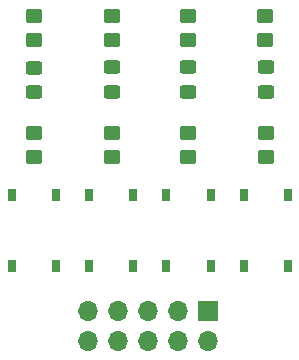
<source format=gbr>
%TF.GenerationSoftware,KiCad,Pcbnew,8.0.3*%
%TF.CreationDate,2024-11-17T10:30:07+00:00*%
%TF.ProjectId,ENS_light_sw_board,454e535f-6c69-4676-9874-5f73775f626f,rev?*%
%TF.SameCoordinates,Original*%
%TF.FileFunction,Soldermask,Top*%
%TF.FilePolarity,Negative*%
%FSLAX46Y46*%
G04 Gerber Fmt 4.6, Leading zero omitted, Abs format (unit mm)*
G04 Created by KiCad (PCBNEW 8.0.3) date 2024-11-17 10:30:07*
%MOMM*%
%LPD*%
G01*
G04 APERTURE LIST*
G04 Aperture macros list*
%AMRoundRect*
0 Rectangle with rounded corners*
0 $1 Rounding radius*
0 $2 $3 $4 $5 $6 $7 $8 $9 X,Y pos of 4 corners*
0 Add a 4 corners polygon primitive as box body*
4,1,4,$2,$3,$4,$5,$6,$7,$8,$9,$2,$3,0*
0 Add four circle primitives for the rounded corners*
1,1,$1+$1,$2,$3*
1,1,$1+$1,$4,$5*
1,1,$1+$1,$6,$7*
1,1,$1+$1,$8,$9*
0 Add four rect primitives between the rounded corners*
20,1,$1+$1,$2,$3,$4,$5,0*
20,1,$1+$1,$4,$5,$6,$7,0*
20,1,$1+$1,$6,$7,$8,$9,0*
20,1,$1+$1,$8,$9,$2,$3,0*%
G04 Aperture macros list end*
%ADD10R,0.750000X1.000000*%
%ADD11RoundRect,0.250000X-0.450000X0.325000X-0.450000X-0.325000X0.450000X-0.325000X0.450000X0.325000X0*%
%ADD12RoundRect,0.250000X-0.450000X0.350000X-0.450000X-0.350000X0.450000X-0.350000X0.450000X0.350000X0*%
%ADD13R,1.700000X1.700000*%
%ADD14O,1.700000X1.700000*%
G04 APERTURE END LIST*
D10*
%TO.C,SW3*%
X121841000Y-75867000D03*
X121841000Y-81867000D03*
X118091000Y-75867000D03*
X118091000Y-81867000D03*
%TD*%
%TO.C,SW2*%
X128396000Y-75867000D03*
X128396000Y-81867000D03*
X124646000Y-75867000D03*
X124646000Y-81867000D03*
%TD*%
D11*
%TO.C,D4*%
X113439142Y-65083000D03*
X113439142Y-67133000D03*
%TD*%
D12*
%TO.C,R5*%
X133022858Y-60706000D03*
X133022858Y-62706000D03*
%TD*%
D11*
%TO.C,D3*%
X120043142Y-65067000D03*
X120043142Y-67117000D03*
%TD*%
%TO.C,D1*%
X133051000Y-65067000D03*
X133051000Y-67117000D03*
%TD*%
D12*
%TO.C,R7*%
X120015000Y-60706000D03*
X120015000Y-62706000D03*
%TD*%
D11*
%TO.C,D2*%
X126463000Y-65067000D03*
X126463000Y-67117000D03*
%TD*%
D12*
%TO.C,R2*%
X126492000Y-70644000D03*
X126492000Y-72644000D03*
%TD*%
%TO.C,R8*%
X113411000Y-60722000D03*
X113411000Y-62722000D03*
%TD*%
%TO.C,R6*%
X126434858Y-60706000D03*
X126434858Y-62706000D03*
%TD*%
D10*
%TO.C,SW4*%
X115286000Y-75867000D03*
X115286000Y-81867000D03*
X111536000Y-75867000D03*
X111536000Y-81867000D03*
%TD*%
%TO.C,SW1*%
X134951000Y-75867000D03*
X134951000Y-81867000D03*
X131201000Y-75867000D03*
X131201000Y-81867000D03*
%TD*%
D12*
%TO.C,R4*%
X113411000Y-70644000D03*
X113411000Y-72644000D03*
%TD*%
D13*
%TO.C,J1*%
X128143000Y-85725000D03*
D14*
X128143000Y-88265000D03*
X125603000Y-85725000D03*
X125603000Y-88265000D03*
X123063000Y-85725000D03*
X123063000Y-88265000D03*
X120523000Y-85725000D03*
X120523000Y-88265000D03*
X117983000Y-85725000D03*
X117983000Y-88265000D03*
%TD*%
D12*
%TO.C,R3*%
X120015000Y-70644000D03*
X120015000Y-72644000D03*
%TD*%
%TO.C,R1*%
X133096000Y-70612000D03*
X133096000Y-72612000D03*
%TD*%
M02*

</source>
